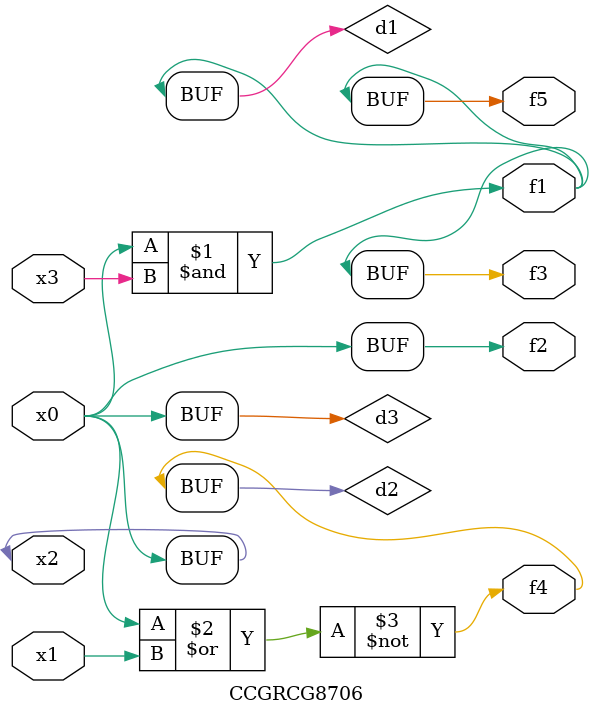
<source format=v>
module CCGRCG8706(
	input x0, x1, x2, x3,
	output f1, f2, f3, f4, f5
);

	wire d1, d2, d3;

	and (d1, x2, x3);
	nor (d2, x0, x1);
	buf (d3, x0, x2);
	assign f1 = d1;
	assign f2 = d3;
	assign f3 = d1;
	assign f4 = d2;
	assign f5 = d1;
endmodule

</source>
